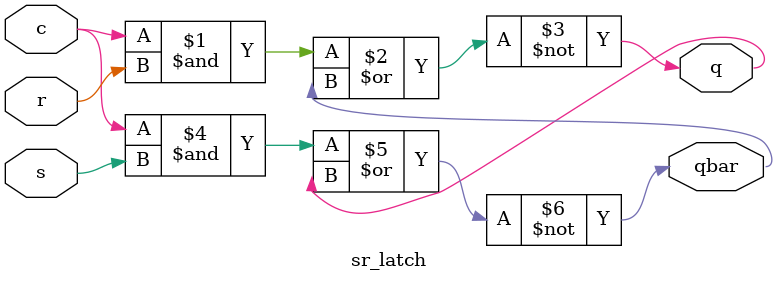
<source format=v>
`timescale 1ns / 1ps
module sr_latch(
    input r,
    input s,
    input c,
    output q,
    output qbar
    );
	 
	 assign q = ~((c & r) | qbar);
	 assign qbar = ~((c & s) | q);

endmodule

</source>
